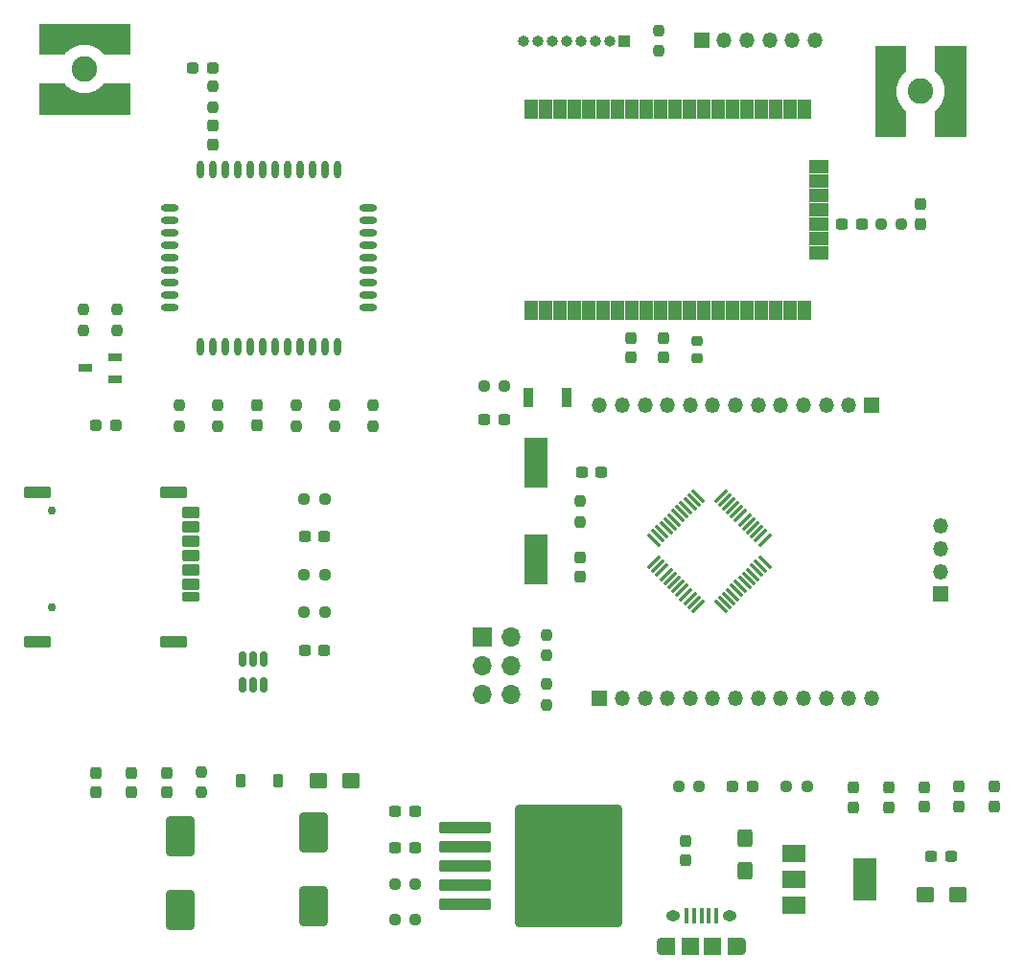
<source format=gbr>
%TF.GenerationSoftware,KiCad,Pcbnew,7.0.5*%
%TF.CreationDate,2024-05-26T12:31:29+03:00*%
%TF.ProjectId,LoRa_MuPr-VAF4751,4c6f5261-5f4d-4755-9072-2d5641463437,rev?*%
%TF.SameCoordinates,Original*%
%TF.FileFunction,Soldermask,Top*%
%TF.FilePolarity,Negative*%
%FSLAX46Y46*%
G04 Gerber Fmt 4.6, Leading zero omitted, Abs format (unit mm)*
G04 Created by KiCad (PCBNEW 7.0.5) date 2024-05-26 12:31:29*
%MOMM*%
%LPD*%
G01*
G04 APERTURE LIST*
G04 Aperture macros list*
%AMRoundRect*
0 Rectangle with rounded corners*
0 $1 Rounding radius*
0 $2 $3 $4 $5 $6 $7 $8 $9 X,Y pos of 4 corners*
0 Add a 4 corners polygon primitive as box body*
4,1,4,$2,$3,$4,$5,$6,$7,$8,$9,$2,$3,0*
0 Add four circle primitives for the rounded corners*
1,1,$1+$1,$2,$3*
1,1,$1+$1,$4,$5*
1,1,$1+$1,$6,$7*
1,1,$1+$1,$8,$9*
0 Add four rect primitives between the rounded corners*
20,1,$1+$1,$2,$3,$4,$5,0*
20,1,$1+$1,$4,$5,$6,$7,0*
20,1,$1+$1,$6,$7,$8,$9,0*
20,1,$1+$1,$8,$9,$2,$3,0*%
G04 Aperture macros list end*
%ADD10C,0.010000*%
%ADD11R,2.000000X1.500000*%
%ADD12R,2.000000X3.800000*%
%ADD13RoundRect,0.237500X0.250000X0.237500X-0.250000X0.237500X-0.250000X-0.237500X0.250000X-0.237500X0*%
%ADD14RoundRect,0.237500X-0.237500X0.300000X-0.237500X-0.300000X0.237500X-0.300000X0.237500X0.300000X0*%
%ADD15RoundRect,0.237500X0.237500X-0.300000X0.237500X0.300000X-0.237500X0.300000X-0.237500X-0.300000X0*%
%ADD16C,2.254000*%
%ADD17RoundRect,0.237500X0.237500X-0.287500X0.237500X0.287500X-0.237500X0.287500X-0.237500X-0.287500X0*%
%ADD18RoundRect,0.250000X-2.050000X-0.300000X2.050000X-0.300000X2.050000X0.300000X-2.050000X0.300000X0*%
%ADD19RoundRect,0.250002X-4.449998X-5.149998X4.449998X-5.149998X4.449998X5.149998X-4.449998X5.149998X0*%
%ADD20RoundRect,0.237500X-0.250000X-0.237500X0.250000X-0.237500X0.250000X0.237500X-0.250000X0.237500X0*%
%ADD21RoundRect,0.250000X-0.537500X-0.425000X0.537500X-0.425000X0.537500X0.425000X-0.537500X0.425000X0*%
%ADD22RoundRect,0.225000X0.225000X0.375000X-0.225000X0.375000X-0.225000X-0.375000X0.225000X-0.375000X0*%
%ADD23RoundRect,0.237500X0.300000X0.237500X-0.300000X0.237500X-0.300000X-0.237500X0.300000X-0.237500X0*%
%ADD24R,1.350000X1.350000*%
%ADD25O,1.350000X1.350000*%
%ADD26RoundRect,0.237500X0.237500X-0.250000X0.237500X0.250000X-0.237500X0.250000X-0.237500X-0.250000X0*%
%ADD27R,2.000000X4.500000*%
%ADD28RoundRect,0.237500X-0.237500X0.250000X-0.237500X-0.250000X0.237500X-0.250000X0.237500X0.250000X0*%
%ADD29RoundRect,0.250000X1.000000X-1.500000X1.000000X1.500000X-1.000000X1.500000X-1.000000X-1.500000X0*%
%ADD30RoundRect,0.237500X-0.300000X-0.237500X0.300000X-0.237500X0.300000X0.237500X-0.300000X0.237500X0*%
%ADD31RoundRect,0.250000X-1.000000X1.500000X-1.000000X-1.500000X1.000000X-1.500000X1.000000X1.500000X0*%
%ADD32R,1.700000X1.700000*%
%ADD33O,1.700000X1.700000*%
%ADD34R,0.400000X1.350000*%
%ADD35O,0.890000X1.550000*%
%ADD36R,1.200000X1.550000*%
%ADD37O,1.250000X0.950000*%
%ADD38R,1.500000X1.550000*%
%ADD39R,1.000000X1.000000*%
%ADD40O,1.000000X1.000000*%
%ADD41C,0.750000*%
%ADD42RoundRect,0.102000X-0.642500X0.400000X-0.642500X-0.400000X0.642500X-0.400000X0.642500X0.400000X0*%
%ADD43RoundRect,0.102000X-1.050000X0.445000X-1.050000X-0.445000X1.050000X-0.445000X1.050000X0.445000X0*%
%ADD44RoundRect,0.102000X-1.052500X0.445000X-1.052500X-0.445000X1.052500X-0.445000X1.052500X0.445000X0*%
%ADD45RoundRect,0.102000X-1.050000X0.405000X-1.050000X-0.405000X1.050000X-0.405000X1.050000X0.405000X0*%
%ADD46RoundRect,0.102000X-0.642500X0.350000X-0.642500X-0.350000X0.642500X-0.350000X0.642500X0.350000X0*%
%ADD47RoundRect,0.237500X0.287500X0.237500X-0.287500X0.237500X-0.287500X-0.237500X0.287500X-0.237500X0*%
%ADD48RoundRect,0.237500X-0.287500X-0.237500X0.287500X-0.237500X0.287500X0.237500X-0.287500X0.237500X0*%
%ADD49R,1.220000X0.650000*%
%ADD50O,0.600000X1.600000*%
%ADD51O,1.600000X0.600000*%
%ADD52R,0.900000X1.700000*%
%ADD53RoundRect,0.218750X-0.256250X0.218750X-0.256250X-0.218750X0.256250X-0.218750X0.256250X0.218750X0*%
%ADD54RoundRect,0.250000X0.425000X-0.537500X0.425000X0.537500X-0.425000X0.537500X-0.425000X-0.537500X0*%
%ADD55RoundRect,0.102000X-0.508000X0.762000X-0.508000X-0.762000X0.508000X-0.762000X0.508000X0.762000X0*%
%ADD56RoundRect,0.102000X-0.762000X-0.508000X0.762000X-0.508000X0.762000X0.508000X-0.762000X0.508000X0*%
%ADD57RoundRect,0.102000X0.508000X-0.762000X0.508000X0.762000X-0.508000X0.762000X-0.508000X-0.762000X0*%
%ADD58RoundRect,0.075000X-0.521491X0.415425X0.415425X-0.521491X0.521491X-0.415425X-0.415425X0.521491X0*%
%ADD59RoundRect,0.075000X-0.521491X-0.415425X-0.415425X-0.521491X0.521491X0.415425X0.415425X0.521491X0*%
%ADD60RoundRect,0.150000X0.150000X-0.512500X0.150000X0.512500X-0.150000X0.512500X-0.150000X-0.512500X0*%
G04 APERTURE END LIST*
%TO.C,U8*%
D10*
X95839000Y-63335000D02*
X95886000Y-63386000D01*
X95934000Y-63435000D01*
X95983000Y-63483000D01*
X96034000Y-63530000D01*
X96086000Y-63575000D01*
X96140000Y-63619000D01*
X96195000Y-63661000D01*
X96250000Y-63701000D01*
X96308000Y-63740000D01*
X96366000Y-63777000D01*
X96425000Y-63812000D01*
X96485000Y-63846000D01*
X96546000Y-63878000D01*
X96608000Y-63908000D01*
X96671000Y-63936000D01*
X96735000Y-63962000D01*
X96800000Y-63987000D01*
X96865000Y-64010000D01*
X96931000Y-64030000D01*
X96997000Y-64049000D01*
X97064000Y-64066000D01*
X97131000Y-64081000D01*
X97199000Y-64094000D01*
X97267000Y-64105000D01*
X97335000Y-64114000D01*
X97404000Y-64121000D01*
X97473000Y-64126000D01*
X97542000Y-64129000D01*
X97620000Y-64130000D01*
X97696000Y-64126000D01*
X97760000Y-64121000D01*
X97824000Y-64114000D01*
X97888000Y-64106000D01*
X97951000Y-64095000D01*
X98014000Y-64083000D01*
X98077000Y-64068000D01*
X98139000Y-64052000D01*
X98201000Y-64034000D01*
X98262000Y-64015000D01*
X98323000Y-63993000D01*
X98383000Y-63970000D01*
X98442000Y-63945000D01*
X98501000Y-63918000D01*
X98558000Y-63890000D01*
X98615000Y-63860000D01*
X98671000Y-63828000D01*
X98726000Y-63795000D01*
X98780000Y-63760000D01*
X98833000Y-63724000D01*
X98885000Y-63686000D01*
X98936000Y-63646000D01*
X98986000Y-63605000D01*
X99034000Y-63563000D01*
X99081000Y-63519000D01*
X99127000Y-63474000D01*
X99172000Y-63428000D01*
X99215000Y-63380000D01*
X99257000Y-63331000D01*
X99290000Y-63290000D01*
X101550000Y-63290000D01*
X101550000Y-65930000D01*
X93590000Y-65930000D01*
X93590000Y-63290000D01*
X95800000Y-63290000D01*
X95839000Y-63335000D01*
G36*
X95839000Y-63335000D02*
G01*
X95886000Y-63386000D01*
X95934000Y-63435000D01*
X95983000Y-63483000D01*
X96034000Y-63530000D01*
X96086000Y-63575000D01*
X96140000Y-63619000D01*
X96195000Y-63661000D01*
X96250000Y-63701000D01*
X96308000Y-63740000D01*
X96366000Y-63777000D01*
X96425000Y-63812000D01*
X96485000Y-63846000D01*
X96546000Y-63878000D01*
X96608000Y-63908000D01*
X96671000Y-63936000D01*
X96735000Y-63962000D01*
X96800000Y-63987000D01*
X96865000Y-64010000D01*
X96931000Y-64030000D01*
X96997000Y-64049000D01*
X97064000Y-64066000D01*
X97131000Y-64081000D01*
X97199000Y-64094000D01*
X97267000Y-64105000D01*
X97335000Y-64114000D01*
X97404000Y-64121000D01*
X97473000Y-64126000D01*
X97542000Y-64129000D01*
X97620000Y-64130000D01*
X97696000Y-64126000D01*
X97760000Y-64121000D01*
X97824000Y-64114000D01*
X97888000Y-64106000D01*
X97951000Y-64095000D01*
X98014000Y-64083000D01*
X98077000Y-64068000D01*
X98139000Y-64052000D01*
X98201000Y-64034000D01*
X98262000Y-64015000D01*
X98323000Y-63993000D01*
X98383000Y-63970000D01*
X98442000Y-63945000D01*
X98501000Y-63918000D01*
X98558000Y-63890000D01*
X98615000Y-63860000D01*
X98671000Y-63828000D01*
X98726000Y-63795000D01*
X98780000Y-63760000D01*
X98833000Y-63724000D01*
X98885000Y-63686000D01*
X98936000Y-63646000D01*
X98986000Y-63605000D01*
X99034000Y-63563000D01*
X99081000Y-63519000D01*
X99127000Y-63474000D01*
X99172000Y-63428000D01*
X99215000Y-63380000D01*
X99257000Y-63331000D01*
X99290000Y-63290000D01*
X101550000Y-63290000D01*
X101550000Y-65930000D01*
X93590000Y-65930000D01*
X93590000Y-63290000D01*
X95800000Y-63290000D01*
X95839000Y-63335000D01*
G37*
X101550000Y-60610000D02*
X99290000Y-60610000D01*
X99247000Y-60559000D01*
X99203000Y-60509000D01*
X99158000Y-60461000D01*
X99112000Y-60414000D01*
X99064000Y-60369000D01*
X99015000Y-60325000D01*
X98965000Y-60283000D01*
X98913000Y-60242000D01*
X98860000Y-60202000D01*
X98807000Y-60164000D01*
X98752000Y-60128000D01*
X98696000Y-60093000D01*
X98639000Y-60060000D01*
X98581000Y-60029000D01*
X98522000Y-59999000D01*
X98462000Y-59971000D01*
X98402000Y-59945000D01*
X98341000Y-59920000D01*
X98279000Y-59897000D01*
X98217000Y-59876000D01*
X98154000Y-59857000D01*
X98090000Y-59840000D01*
X98026000Y-59825000D01*
X97961000Y-59811000D01*
X97897000Y-59800000D01*
X97831000Y-59790000D01*
X97766000Y-59782000D01*
X97700000Y-59776000D01*
X97635000Y-59772000D01*
X97570000Y-59770000D01*
X97518000Y-59771000D01*
X97451000Y-59774000D01*
X97384000Y-59779000D01*
X97317000Y-59786000D01*
X97250000Y-59794000D01*
X97183000Y-59805000D01*
X97117000Y-59818000D01*
X97051000Y-59832000D01*
X96986000Y-59849000D01*
X96921000Y-59867000D01*
X96857000Y-59888000D01*
X96793000Y-59910000D01*
X96730000Y-59934000D01*
X96668000Y-59960000D01*
X96606000Y-59987000D01*
X96545000Y-60017000D01*
X96486000Y-60048000D01*
X96427000Y-60080000D01*
X96369000Y-60115000D01*
X96312000Y-60151000D01*
X96256000Y-60189000D01*
X96202000Y-60229000D01*
X96148000Y-60270000D01*
X96096000Y-60312000D01*
X96045000Y-60356000D01*
X95995000Y-60402000D01*
X95947000Y-60449000D01*
X95900000Y-60497000D01*
X95854000Y-60547000D01*
X95800000Y-60610000D01*
X93590000Y-60610000D01*
X93590000Y-57970000D01*
X101550000Y-57970000D01*
X101550000Y-60610000D01*
G36*
X101550000Y-60610000D02*
G01*
X99290000Y-60610000D01*
X99247000Y-60559000D01*
X99203000Y-60509000D01*
X99158000Y-60461000D01*
X99112000Y-60414000D01*
X99064000Y-60369000D01*
X99015000Y-60325000D01*
X98965000Y-60283000D01*
X98913000Y-60242000D01*
X98860000Y-60202000D01*
X98807000Y-60164000D01*
X98752000Y-60128000D01*
X98696000Y-60093000D01*
X98639000Y-60060000D01*
X98581000Y-60029000D01*
X98522000Y-59999000D01*
X98462000Y-59971000D01*
X98402000Y-59945000D01*
X98341000Y-59920000D01*
X98279000Y-59897000D01*
X98217000Y-59876000D01*
X98154000Y-59857000D01*
X98090000Y-59840000D01*
X98026000Y-59825000D01*
X97961000Y-59811000D01*
X97897000Y-59800000D01*
X97831000Y-59790000D01*
X97766000Y-59782000D01*
X97700000Y-59776000D01*
X97635000Y-59772000D01*
X97570000Y-59770000D01*
X97518000Y-59771000D01*
X97451000Y-59774000D01*
X97384000Y-59779000D01*
X97317000Y-59786000D01*
X97250000Y-59794000D01*
X97183000Y-59805000D01*
X97117000Y-59818000D01*
X97051000Y-59832000D01*
X96986000Y-59849000D01*
X96921000Y-59867000D01*
X96857000Y-59888000D01*
X96793000Y-59910000D01*
X96730000Y-59934000D01*
X96668000Y-59960000D01*
X96606000Y-59987000D01*
X96545000Y-60017000D01*
X96486000Y-60048000D01*
X96427000Y-60080000D01*
X96369000Y-60115000D01*
X96312000Y-60151000D01*
X96256000Y-60189000D01*
X96202000Y-60229000D01*
X96148000Y-60270000D01*
X96096000Y-60312000D01*
X96045000Y-60356000D01*
X95995000Y-60402000D01*
X95947000Y-60449000D01*
X95900000Y-60497000D01*
X95854000Y-60547000D01*
X95800000Y-60610000D01*
X93590000Y-60610000D01*
X93590000Y-57970000D01*
X101550000Y-57970000D01*
X101550000Y-60610000D01*
G37*
%TO.C,U7*%
X175380000Y-67880000D02*
X172740000Y-67880000D01*
X172740000Y-65670000D01*
X172785000Y-65631000D01*
X172836000Y-65584000D01*
X172885000Y-65536000D01*
X172933000Y-65487000D01*
X172980000Y-65436000D01*
X173025000Y-65384000D01*
X173069000Y-65330000D01*
X173111000Y-65275000D01*
X173151000Y-65220000D01*
X173190000Y-65162000D01*
X173227000Y-65104000D01*
X173262000Y-65045000D01*
X173296000Y-64985000D01*
X173328000Y-64924000D01*
X173358000Y-64862000D01*
X173386000Y-64799000D01*
X173412000Y-64735000D01*
X173437000Y-64670000D01*
X173460000Y-64605000D01*
X173480000Y-64539000D01*
X173499000Y-64473000D01*
X173516000Y-64406000D01*
X173531000Y-64339000D01*
X173544000Y-64271000D01*
X173555000Y-64203000D01*
X173564000Y-64135000D01*
X173571000Y-64066000D01*
X173576000Y-63997000D01*
X173579000Y-63928000D01*
X173580000Y-63850000D01*
X173576000Y-63774000D01*
X173571000Y-63710000D01*
X173564000Y-63646000D01*
X173556000Y-63582000D01*
X173545000Y-63519000D01*
X173533000Y-63456000D01*
X173518000Y-63393000D01*
X173502000Y-63331000D01*
X173484000Y-63269000D01*
X173465000Y-63208000D01*
X173443000Y-63147000D01*
X173420000Y-63087000D01*
X173395000Y-63028000D01*
X173368000Y-62969000D01*
X173340000Y-62912000D01*
X173310000Y-62855000D01*
X173278000Y-62799000D01*
X173245000Y-62744000D01*
X173210000Y-62690000D01*
X173174000Y-62637000D01*
X173136000Y-62585000D01*
X173096000Y-62534000D01*
X173055000Y-62484000D01*
X173013000Y-62436000D01*
X172969000Y-62389000D01*
X172924000Y-62343000D01*
X172878000Y-62298000D01*
X172830000Y-62255000D01*
X172781000Y-62213000D01*
X172740000Y-62180000D01*
X172740000Y-59920000D01*
X175380000Y-59920000D01*
X175380000Y-67880000D01*
G36*
X175380000Y-67880000D02*
G01*
X172740000Y-67880000D01*
X172740000Y-65670000D01*
X172785000Y-65631000D01*
X172836000Y-65584000D01*
X172885000Y-65536000D01*
X172933000Y-65487000D01*
X172980000Y-65436000D01*
X173025000Y-65384000D01*
X173069000Y-65330000D01*
X173111000Y-65275000D01*
X173151000Y-65220000D01*
X173190000Y-65162000D01*
X173227000Y-65104000D01*
X173262000Y-65045000D01*
X173296000Y-64985000D01*
X173328000Y-64924000D01*
X173358000Y-64862000D01*
X173386000Y-64799000D01*
X173412000Y-64735000D01*
X173437000Y-64670000D01*
X173460000Y-64605000D01*
X173480000Y-64539000D01*
X173499000Y-64473000D01*
X173516000Y-64406000D01*
X173531000Y-64339000D01*
X173544000Y-64271000D01*
X173555000Y-64203000D01*
X173564000Y-64135000D01*
X173571000Y-64066000D01*
X173576000Y-63997000D01*
X173579000Y-63928000D01*
X173580000Y-63850000D01*
X173576000Y-63774000D01*
X173571000Y-63710000D01*
X173564000Y-63646000D01*
X173556000Y-63582000D01*
X173545000Y-63519000D01*
X173533000Y-63456000D01*
X173518000Y-63393000D01*
X173502000Y-63331000D01*
X173484000Y-63269000D01*
X173465000Y-63208000D01*
X173443000Y-63147000D01*
X173420000Y-63087000D01*
X173395000Y-63028000D01*
X173368000Y-62969000D01*
X173340000Y-62912000D01*
X173310000Y-62855000D01*
X173278000Y-62799000D01*
X173245000Y-62744000D01*
X173210000Y-62690000D01*
X173174000Y-62637000D01*
X173136000Y-62585000D01*
X173096000Y-62534000D01*
X173055000Y-62484000D01*
X173013000Y-62436000D01*
X172969000Y-62389000D01*
X172924000Y-62343000D01*
X172878000Y-62298000D01*
X172830000Y-62255000D01*
X172781000Y-62213000D01*
X172740000Y-62180000D01*
X172740000Y-59920000D01*
X175380000Y-59920000D01*
X175380000Y-67880000D01*
G37*
X170060000Y-62180000D02*
X170009000Y-62223000D01*
X169959000Y-62267000D01*
X169911000Y-62312000D01*
X169864000Y-62358000D01*
X169819000Y-62406000D01*
X169775000Y-62455000D01*
X169733000Y-62505000D01*
X169692000Y-62557000D01*
X169652000Y-62610000D01*
X169614000Y-62663000D01*
X169578000Y-62718000D01*
X169543000Y-62774000D01*
X169510000Y-62831000D01*
X169479000Y-62889000D01*
X169449000Y-62948000D01*
X169421000Y-63008000D01*
X169395000Y-63068000D01*
X169370000Y-63129000D01*
X169347000Y-63191000D01*
X169326000Y-63253000D01*
X169307000Y-63316000D01*
X169290000Y-63380000D01*
X169275000Y-63444000D01*
X169261000Y-63509000D01*
X169250000Y-63573000D01*
X169240000Y-63639000D01*
X169232000Y-63704000D01*
X169226000Y-63770000D01*
X169222000Y-63835000D01*
X169220000Y-63900000D01*
X169221000Y-63952000D01*
X169224000Y-64019000D01*
X169229000Y-64086000D01*
X169236000Y-64153000D01*
X169244000Y-64220000D01*
X169255000Y-64287000D01*
X169268000Y-64353000D01*
X169282000Y-64419000D01*
X169299000Y-64484000D01*
X169317000Y-64549000D01*
X169338000Y-64613000D01*
X169360000Y-64677000D01*
X169384000Y-64740000D01*
X169410000Y-64802000D01*
X169437000Y-64864000D01*
X169467000Y-64925000D01*
X169498000Y-64984000D01*
X169530000Y-65043000D01*
X169565000Y-65101000D01*
X169601000Y-65158000D01*
X169639000Y-65214000D01*
X169679000Y-65268000D01*
X169720000Y-65322000D01*
X169762000Y-65374000D01*
X169806000Y-65425000D01*
X169852000Y-65475000D01*
X169899000Y-65523000D01*
X169947000Y-65570000D01*
X169997000Y-65616000D01*
X170060000Y-65670000D01*
X170060000Y-67880000D01*
X167420000Y-67880000D01*
X167420000Y-59920000D01*
X170060000Y-59920000D01*
X170060000Y-62180000D01*
G36*
X170060000Y-62180000D02*
G01*
X170009000Y-62223000D01*
X169959000Y-62267000D01*
X169911000Y-62312000D01*
X169864000Y-62358000D01*
X169819000Y-62406000D01*
X169775000Y-62455000D01*
X169733000Y-62505000D01*
X169692000Y-62557000D01*
X169652000Y-62610000D01*
X169614000Y-62663000D01*
X169578000Y-62718000D01*
X169543000Y-62774000D01*
X169510000Y-62831000D01*
X169479000Y-62889000D01*
X169449000Y-62948000D01*
X169421000Y-63008000D01*
X169395000Y-63068000D01*
X169370000Y-63129000D01*
X169347000Y-63191000D01*
X169326000Y-63253000D01*
X169307000Y-63316000D01*
X169290000Y-63380000D01*
X169275000Y-63444000D01*
X169261000Y-63509000D01*
X169250000Y-63573000D01*
X169240000Y-63639000D01*
X169232000Y-63704000D01*
X169226000Y-63770000D01*
X169222000Y-63835000D01*
X169220000Y-63900000D01*
X169221000Y-63952000D01*
X169224000Y-64019000D01*
X169229000Y-64086000D01*
X169236000Y-64153000D01*
X169244000Y-64220000D01*
X169255000Y-64287000D01*
X169268000Y-64353000D01*
X169282000Y-64419000D01*
X169299000Y-64484000D01*
X169317000Y-64549000D01*
X169338000Y-64613000D01*
X169360000Y-64677000D01*
X169384000Y-64740000D01*
X169410000Y-64802000D01*
X169437000Y-64864000D01*
X169467000Y-64925000D01*
X169498000Y-64984000D01*
X169530000Y-65043000D01*
X169565000Y-65101000D01*
X169601000Y-65158000D01*
X169639000Y-65214000D01*
X169679000Y-65268000D01*
X169720000Y-65322000D01*
X169762000Y-65374000D01*
X169806000Y-65425000D01*
X169852000Y-65475000D01*
X169899000Y-65523000D01*
X169947000Y-65570000D01*
X169997000Y-65616000D01*
X170060000Y-65670000D01*
X170060000Y-67880000D01*
X167420000Y-67880000D01*
X167420000Y-59920000D01*
X170060000Y-59920000D01*
X170060000Y-62180000D01*
G37*
%TD*%
D11*
%TO.C,U1*%
X160250000Y-131300000D03*
X160250000Y-133600000D03*
D12*
X166550000Y-133600000D03*
D11*
X160250000Y-135900000D03*
%TD*%
D13*
%TO.C,R18*%
X118812500Y-110012500D03*
X116987500Y-110012500D03*
%TD*%
D14*
%TO.C,C6*%
X104850000Y-124175000D03*
X104850000Y-125900000D03*
%TD*%
D15*
%TO.C,C14*%
X171739114Y-127204999D03*
X171739114Y-125479999D03*
%TD*%
D16*
%TO.C,U8*%
X97570000Y-61950000D03*
%TD*%
D17*
%TO.C,L2*%
X171410000Y-75665000D03*
X171410000Y-73915000D03*
%TD*%
D15*
%TO.C,C15*%
X174858669Y-127157499D03*
X174858669Y-125432499D03*
%TD*%
D18*
%TO.C,U2*%
X131175000Y-129025000D03*
X131175000Y-130725000D03*
X131175000Y-132425000D03*
D19*
X140325000Y-132425000D03*
D18*
X131175000Y-134125000D03*
X131175000Y-135825000D03*
%TD*%
D20*
%TO.C,R13*%
X159619284Y-125400000D03*
X161444284Y-125400000D03*
%TD*%
D21*
%TO.C,C2*%
X171866053Y-135003554D03*
X174741053Y-135003554D03*
%TD*%
D22*
%TO.C,D3*%
X114700000Y-124900000D03*
X111400000Y-124900000D03*
%TD*%
D23*
%TO.C,C23*%
X118762500Y-113362500D03*
X117037500Y-113362500D03*
%TD*%
D24*
%TO.C,J11*%
X143095921Y-117576257D03*
D25*
X145095921Y-117576257D03*
X147095921Y-117576257D03*
X149095921Y-117576257D03*
X151095921Y-117576257D03*
X153095921Y-117576257D03*
X155095921Y-117576257D03*
X157095921Y-117576257D03*
X159095921Y-117576257D03*
X161095921Y-117576257D03*
X163095921Y-117576257D03*
X165095921Y-117576257D03*
X167095921Y-117576257D03*
%TD*%
D26*
%TO.C,R17*%
X119700000Y-93525000D03*
X119700000Y-91700000D03*
%TD*%
D27*
%TO.C,Y1*%
X137474400Y-105300000D03*
X137474400Y-96800000D03*
%TD*%
D28*
%TO.C,R4*%
X107950000Y-124125000D03*
X107950000Y-125950000D03*
%TD*%
D26*
%TO.C,R8*%
X97547556Y-85100000D03*
X97547556Y-83275000D03*
%TD*%
D15*
%TO.C,C4*%
X150700000Y-131925000D03*
X150700000Y-130200000D03*
%TD*%
D24*
%TO.C,J5*%
X152102000Y-59461101D03*
D25*
X154102000Y-59461101D03*
X156102000Y-59461101D03*
X158102000Y-59461101D03*
X160102000Y-59461101D03*
X162102000Y-59461101D03*
%TD*%
D29*
%TO.C,C9*%
X117820000Y-136000000D03*
X117820000Y-129500000D03*
%TD*%
D30*
%TO.C,C22*%
X132937500Y-92971400D03*
X134662500Y-92971400D03*
%TD*%
D23*
%TO.C,C11*%
X126775001Y-130800000D03*
X125050001Y-130800000D03*
%TD*%
D31*
%TO.C,C10*%
X106049998Y-129785000D03*
X106049998Y-136285000D03*
%TD*%
D32*
%TO.C,J3*%
X132760000Y-112160000D03*
D33*
X135300000Y-112160000D03*
X132760000Y-114700000D03*
X135300000Y-114700000D03*
X132760000Y-117240000D03*
X135300000Y-117240000D03*
%TD*%
D28*
%TO.C,R7*%
X100497556Y-83275000D03*
X100497556Y-85100000D03*
%TD*%
D34*
%TO.C,U6*%
X150787500Y-136800000D03*
X151437500Y-136800000D03*
X152087500Y-136800000D03*
X152737500Y-136800000D03*
X153387500Y-136800000D03*
D35*
X148587500Y-139500000D03*
D36*
X149187500Y-139500000D03*
D37*
X149587500Y-136800000D03*
D38*
X151087500Y-139500000D03*
X153087500Y-139500000D03*
D37*
X154587500Y-136800000D03*
D36*
X154987500Y-139500000D03*
D35*
X155587500Y-139500000D03*
%TD*%
D26*
%TO.C,R15*%
X116297556Y-93525000D03*
X116297556Y-91700000D03*
%TD*%
D39*
%TO.C,J6*%
X145301500Y-59511101D03*
D40*
X144031500Y-59511101D03*
X142761500Y-59511101D03*
X141491500Y-59511101D03*
X140221500Y-59511101D03*
X138951500Y-59511101D03*
X137681500Y-59511101D03*
X136411500Y-59511101D03*
%TD*%
D41*
%TO.C,J1*%
X94712500Y-101037500D03*
X94712500Y-109537500D03*
D42*
X107015000Y-106287500D03*
X107015000Y-103747500D03*
X107015000Y-101207500D03*
D43*
X105462500Y-99442500D03*
D44*
X93460000Y-99442500D03*
D42*
X107015000Y-107557500D03*
D45*
X105462500Y-112592500D03*
X93462500Y-112592500D03*
D42*
X107015000Y-105017500D03*
X107015000Y-102477500D03*
D46*
X107015000Y-108647500D03*
%TD*%
D26*
%TO.C,R10*%
X138435600Y-118200099D03*
X138435600Y-116375099D03*
%TD*%
%TO.C,R22*%
X108950000Y-65342500D03*
X108950000Y-63517500D03*
%TD*%
%TO.C,R16*%
X123102448Y-93525000D03*
X123102448Y-91700000D03*
%TD*%
D14*
%TO.C,C8*%
X98650000Y-124175000D03*
X98650000Y-125900000D03*
%TD*%
D21*
%TO.C,C5*%
X118262500Y-124850000D03*
X121137500Y-124850000D03*
%TD*%
D20*
%TO.C,R12*%
X167947500Y-75710000D03*
X169772500Y-75710000D03*
%TD*%
D47*
%TO.C,D2*%
X156612142Y-125440000D03*
X154862142Y-125440000D03*
%TD*%
D15*
%TO.C,C16*%
X177978223Y-127137499D03*
X177978223Y-125412499D03*
%TD*%
%TO.C,C21*%
X165500000Y-127225000D03*
X165500000Y-125500000D03*
%TD*%
D13*
%TO.C,R19*%
X118812500Y-106662500D03*
X116987500Y-106662500D03*
%TD*%
D48*
%TO.C,L3*%
X107205000Y-61930000D03*
X108955000Y-61930000D03*
%TD*%
D24*
%TO.C,J10*%
X167095922Y-91719059D03*
D25*
X165095922Y-91719059D03*
X163095922Y-91719059D03*
X161095922Y-91719059D03*
X159095922Y-91719059D03*
X157095922Y-91719059D03*
X155095922Y-91719059D03*
X153095922Y-91719059D03*
X151095922Y-91719059D03*
X149095922Y-91719059D03*
X147095922Y-91719059D03*
X145095922Y-91719059D03*
X143095922Y-91719059D03*
%TD*%
D23*
%TO.C,C17*%
X143262500Y-97600000D03*
X141537500Y-97600000D03*
%TD*%
D30*
%TO.C,C3*%
X172403552Y-131603554D03*
X174128552Y-131603554D03*
%TD*%
D20*
%TO.C,R1*%
X150075000Y-125400000D03*
X151900000Y-125400000D03*
%TD*%
D28*
%TO.C,R5*%
X106010224Y-91700000D03*
X106010224Y-93525000D03*
%TD*%
D26*
%TO.C,R11*%
X138435600Y-113831299D03*
X138435600Y-112006299D03*
%TD*%
D49*
%TO.C,Q1*%
X100297554Y-89387500D03*
X100297554Y-87487500D03*
X97677554Y-88437500D03*
%TD*%
D26*
%TO.C,R21*%
X148325000Y-60400000D03*
X148325000Y-58575000D03*
%TD*%
D48*
%TO.C,D4*%
X98607557Y-93500000D03*
X100357557Y-93500000D03*
%TD*%
D50*
%TO.C,U4*%
X107847556Y-86550000D03*
X108947556Y-86550000D03*
X110047556Y-86550000D03*
X111147556Y-86550000D03*
X112247556Y-86550000D03*
X113347556Y-86550000D03*
X114447556Y-86550000D03*
X115547556Y-86550000D03*
X116647556Y-86550000D03*
X117747556Y-86550000D03*
X118847556Y-86550000D03*
X119947556Y-86550000D03*
D51*
X122697556Y-83100000D03*
X122697556Y-82000000D03*
X122697556Y-80900000D03*
X122697556Y-79800000D03*
X122697556Y-78700000D03*
X122697556Y-77600000D03*
X122697556Y-76500000D03*
X122697556Y-75400000D03*
X122697556Y-74300000D03*
D50*
X119947556Y-70850000D03*
X118847556Y-70850000D03*
X117747556Y-70850000D03*
X116647556Y-70850000D03*
X115547556Y-70850000D03*
X114447556Y-70850000D03*
X113347556Y-70850000D03*
X112247556Y-70850000D03*
X111147556Y-70850000D03*
X110047556Y-70850000D03*
X108947556Y-70850000D03*
X107847556Y-70850000D03*
D51*
X105097556Y-74300000D03*
X105097556Y-75400000D03*
X105097556Y-76500000D03*
X105097556Y-77600000D03*
X105097556Y-78700000D03*
X105097556Y-79800000D03*
X105097556Y-80900000D03*
X105097556Y-82000000D03*
X105097556Y-83100000D03*
%TD*%
D20*
%TO.C,R2*%
X125000001Y-134000000D03*
X126825001Y-134000000D03*
%TD*%
D52*
%TO.C,SW1*%
X140225000Y-91000000D03*
X136825000Y-91000000D03*
%TD*%
D15*
%TO.C,C19*%
X145839500Y-87475000D03*
X145839500Y-85750000D03*
%TD*%
%TO.C,C20*%
X148760499Y-87475000D03*
X148760499Y-85750000D03*
%TD*%
D28*
%TO.C,R6*%
X109412668Y-91700000D03*
X109412668Y-93525000D03*
%TD*%
D53*
%TO.C,L1*%
X151681499Y-85995001D03*
X151681499Y-87570001D03*
%TD*%
D16*
%TO.C,U7*%
X171400000Y-63900000D03*
%TD*%
D15*
%TO.C,C26*%
X108960000Y-68700000D03*
X108960000Y-66975000D03*
%TD*%
D30*
%TO.C,C25*%
X164527500Y-75710000D03*
X166252500Y-75710000D03*
%TD*%
D14*
%TO.C,C7*%
X101750000Y-124175000D03*
X101750000Y-125900000D03*
%TD*%
D15*
%TO.C,C13*%
X168619558Y-127224999D03*
X168619558Y-125499999D03*
%TD*%
D54*
%TO.C,C1*%
X155900000Y-132837500D03*
X155900000Y-129962500D03*
%TD*%
D28*
%TO.C,R9*%
X141400000Y-100197199D03*
X141400000Y-102022199D03*
%TD*%
D20*
%TO.C,R20*%
X116987500Y-99962500D03*
X118812500Y-99962500D03*
%TD*%
D30*
%TO.C,C24*%
X117037500Y-103312500D03*
X118762500Y-103312500D03*
%TD*%
D17*
%TO.C,D5*%
X112855112Y-93465000D03*
X112855112Y-91715000D03*
%TD*%
D24*
%TO.C,J2*%
X173208946Y-108411371D03*
D25*
X173208946Y-106411371D03*
X173208946Y-104411371D03*
X173208946Y-102411371D03*
%TD*%
D15*
%TO.C,C18*%
X141400000Y-106897899D03*
X141400000Y-105172899D03*
%TD*%
D55*
%TO.C,U5*%
X137035000Y-83340000D03*
X138305000Y-83340000D03*
X139575000Y-83340000D03*
X140845000Y-83340000D03*
X142115000Y-83340000D03*
X143385000Y-83340000D03*
X144655000Y-83340000D03*
X145925000Y-83340000D03*
X147195000Y-83340000D03*
X148465000Y-83340000D03*
X149735000Y-83340000D03*
X151005000Y-83340000D03*
X152275000Y-83340000D03*
X153545000Y-83340000D03*
X154815000Y-83340000D03*
X156085000Y-83340000D03*
X157355000Y-83340000D03*
X158625000Y-83340000D03*
X159895000Y-83340000D03*
X161165000Y-83340000D03*
D56*
X162435000Y-78260000D03*
X162435000Y-76990000D03*
X162435000Y-75720000D03*
X162435000Y-74450000D03*
X162435000Y-73180000D03*
X162435000Y-71910000D03*
X162435000Y-70640000D03*
D57*
X161165000Y-65560000D03*
X159895000Y-65560000D03*
X158625000Y-65560000D03*
X157355000Y-65560000D03*
X156085000Y-65560000D03*
X154815000Y-65560000D03*
X153545000Y-65560000D03*
X152275000Y-65560000D03*
X151005000Y-65560000D03*
X149735000Y-65560000D03*
X148465000Y-65560000D03*
X147195000Y-65560000D03*
X145925000Y-65560000D03*
X144655000Y-65560000D03*
X143385000Y-65560000D03*
X142115000Y-65560000D03*
X140845000Y-65560000D03*
X139575000Y-65560000D03*
X138305000Y-65560000D03*
X137035000Y-65560000D03*
%TD*%
D20*
%TO.C,R14*%
X132887500Y-90025000D03*
X134712500Y-90025000D03*
%TD*%
D58*
%TO.C,U3*%
X151789088Y-99713336D03*
X151435534Y-100066890D03*
X151081981Y-100420443D03*
X150728427Y-100773997D03*
X150374874Y-101127550D03*
X150021321Y-101481103D03*
X149667767Y-101834657D03*
X149314214Y-102188210D03*
X148960661Y-102541763D03*
X148607107Y-102895317D03*
X148253554Y-103248870D03*
X147900000Y-103602424D03*
D59*
X147900000Y-105600000D03*
X148253554Y-105953554D03*
X148607107Y-106307107D03*
X148960661Y-106660661D03*
X149314214Y-107014214D03*
X149667767Y-107367767D03*
X150021321Y-107721321D03*
X150374874Y-108074874D03*
X150728427Y-108428427D03*
X151081981Y-108781981D03*
X151435534Y-109135534D03*
X151789088Y-109489088D03*
D58*
X153786664Y-109489088D03*
X154140218Y-109135534D03*
X154493771Y-108781981D03*
X154847325Y-108428427D03*
X155200878Y-108074874D03*
X155554431Y-107721321D03*
X155907985Y-107367767D03*
X156261538Y-107014214D03*
X156615091Y-106660661D03*
X156968645Y-106307107D03*
X157322198Y-105953554D03*
X157675752Y-105600000D03*
D59*
X157675752Y-103602424D03*
X157322198Y-103248870D03*
X156968645Y-102895317D03*
X156615091Y-102541763D03*
X156261538Y-102188210D03*
X155907985Y-101834657D03*
X155554431Y-101481103D03*
X155200878Y-101127550D03*
X154847325Y-100773997D03*
X154493771Y-100420443D03*
X154140218Y-100066890D03*
X153786664Y-99713336D03*
%TD*%
D13*
%TO.C,R3*%
X126825001Y-137200000D03*
X125000001Y-137200000D03*
%TD*%
D30*
%TO.C,C12*%
X125050001Y-127600000D03*
X126775001Y-127600000D03*
%TD*%
D60*
%TO.C,D1*%
X111550000Y-116437500D03*
X112500000Y-116437500D03*
X113450000Y-116437500D03*
X113450000Y-114162500D03*
X112500000Y-114162500D03*
X111550000Y-114162500D03*
%TD*%
M02*

</source>
